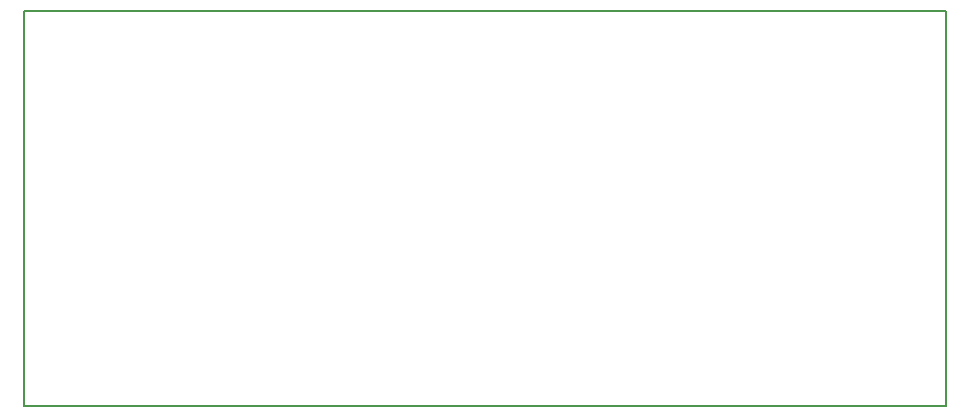
<source format=gbp>
G75*
G70*
%OFA0B0*%
%FSLAX24Y24*%
%IPPOS*%
%LPD*%
%AMOC8*
5,1,8,0,0,1.08239X$1,22.5*
%
%ADD10C,0.0080*%
D10*
X000150Y000181D02*
X000150Y013337D01*
X030885Y013337D01*
X030885Y000181D01*
X000150Y000181D01*
M02*

</source>
